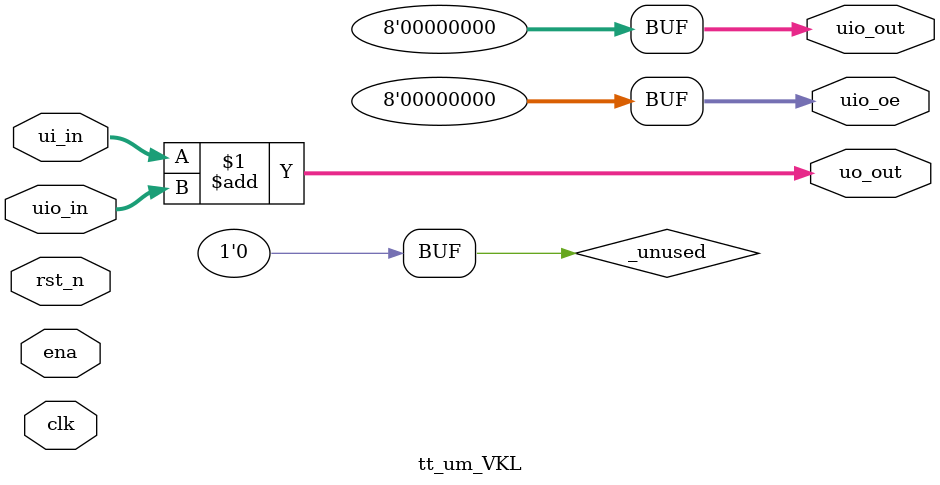
<source format=v>
/*
 * Copyright (c) 2024 Your Name
 * SPDX-License-Identifier: Apache-2.0
 */

`default_nettype none

module tt_um_VKL (
    input  wire [7:0] ui_in,    // Dedicated inputs
    output wire [7:0] uo_out,   // Dedicated outputs
    input  wire [7:0] uio_in,   // IOs: Input path
    output wire [7:0] uio_out,  // IOs: Output path
    output wire [7:0] uio_oe,   // IOs: Enable path (active high: 0=input, 1=output)
    input  wire       ena,      // always 1 when the design is powered, so you can ignore it
    input  wire       clk,      // clock
    input  wire       rst_n     // reset_n - low to reset
);

  // All output pins must be assigned. If not used, assign to 0.
  assign uo_out  = ui_in + uio_in;  // Example: ou_out is the sum of ui_in and uio_in
  assign uio_out = 0;
  assign uio_oe  = 0;

  // List all unused inputs to prevent warnings
  wire _unused = &{ena, clk, rst_n, 1'b0};

endmodule

</source>
